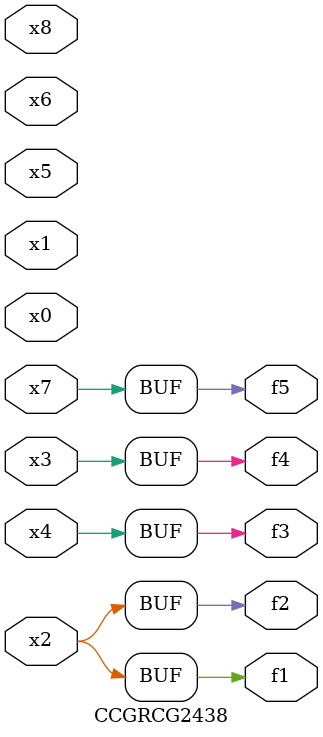
<source format=v>
module CCGRCG2438(
	input x0, x1, x2, x3, x4, x5, x6, x7, x8,
	output f1, f2, f3, f4, f5
);
	assign f1 = x2;
	assign f2 = x2;
	assign f3 = x4;
	assign f4 = x3;
	assign f5 = x7;
endmodule

</source>
